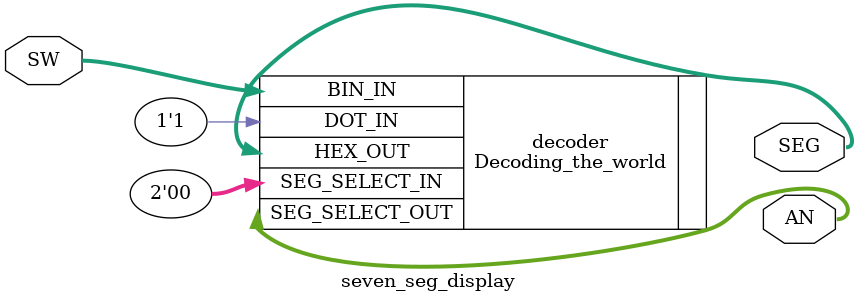
<source format=v>
`timescale 1ns / 1ps


module seven_seg_display(
    input wire [3:0] SW,
    output wire [7:0] SEG,
    output wire [3:0] AN
    );
    
    Decoding_the_world decoder (
        .SEG_SELECT_IN(2'b00),
        .BIN_IN(SW),
        .DOT_IN(1'b1),
        .SEG_SELECT_OUT(AN),
        .HEX_OUT(SEG)
    );
endmodule

</source>
